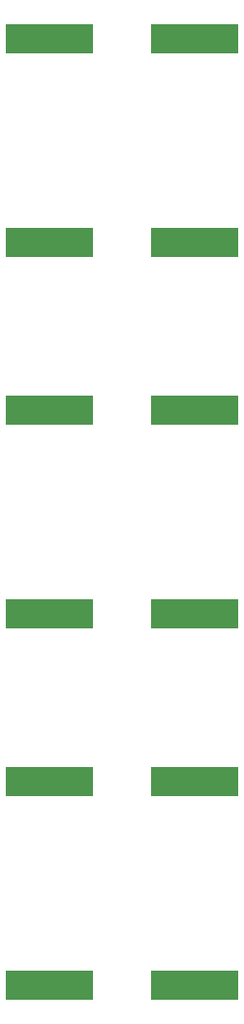
<source format=gbp>
G04 #@! TF.GenerationSoftware,KiCad,Pcbnew,7.0.9-7.0.9~ubuntu22.04.1*
G04 #@! TF.CreationDate,2023-12-17T14:41:55+07:00*
G04 #@! TF.ProjectId,final-production,66696e61-6c2d-4707-926f-64756374696f,rev?*
G04 #@! TF.SameCoordinates,Original*
G04 #@! TF.FileFunction,Paste,Bot*
G04 #@! TF.FilePolarity,Positive*
%FSLAX46Y46*%
G04 Gerber Fmt 4.6, Leading zero omitted, Abs format (unit mm)*
G04 Created by KiCad (PCBNEW 7.0.9-7.0.9~ubuntu22.04.1) date 2023-12-17 14:41:55*
%MOMM*%
%LPD*%
G01*
G04 APERTURE LIST*
%ADD10R,7.620000X2.540000*%
G04 APERTURE END LIST*
D10*
G04 #@! TO.C,M1*
X14072402Y-120058166D03*
X26772402Y-120058166D03*
X14072402Y-102278166D03*
X26772402Y-102278166D03*
G04 #@! TD*
G04 #@! TO.C,M1*
X14072402Y-87630000D03*
X26772402Y-87630000D03*
X14072402Y-69850000D03*
X26772402Y-69850000D03*
G04 #@! TD*
G04 #@! TO.C,M1*
X14072402Y-55201834D03*
X26772402Y-55201834D03*
X14072402Y-37421834D03*
X26772402Y-37421834D03*
G04 #@! TD*
M02*

</source>
